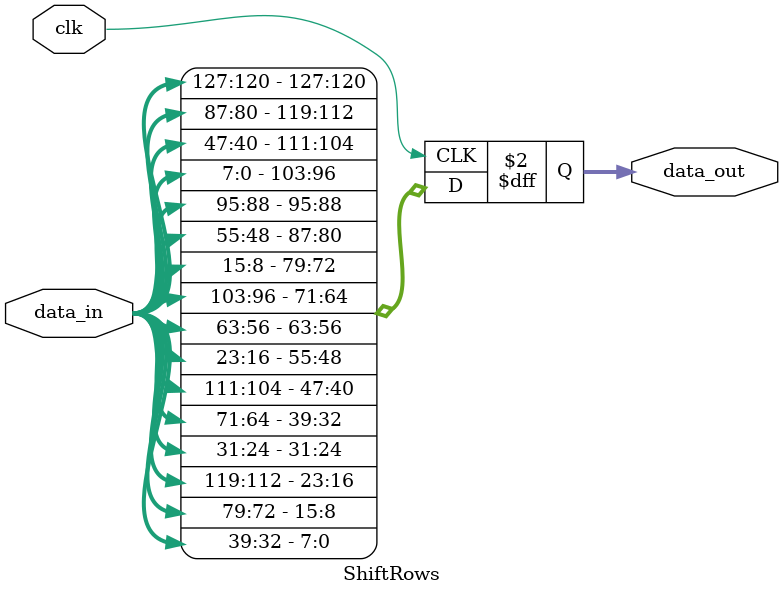
<source format=v>
module ShiftRows(
    input clk,
    input [127:0] data_in,
    output reg [127:0]  data_out);
    
    
always@ (posedge(clk))
begin
   
	//shift zero
	data_out[127:120] <= data_in[127:120];
	data_out[95:88]   <= data_in[95:88];
	data_out[63:56]   <= data_in[63:56];
	data_out[31:24] 	<= data_in[31:24];
	
	//shift one
	data_out[119:112] <= data_in[87:80];
	data_out[87:80]   <= data_in[55:48];
	data_out[55:48]	<= data_in[23:16];
	data_out[23:16]   <= data_in[119:112];
	
	//shift two
	data_out[111:104]	<= data_in[47:40];
   data_out[79:72]	<= data_in[15:8];
   data_out[47:40]	<= data_in[111:104];
   data_out[15:8]		<= data_in[79:72];

	//shift three
	data_out[103:96]	<= data_in[7:0];
	data_out[71:64]	<= data_in[103:96];
	data_out[39:32]	<= data_in[71:64];
	data_out[7:0]		<= data_in[39:32];

end

    
endmodule
</source>
